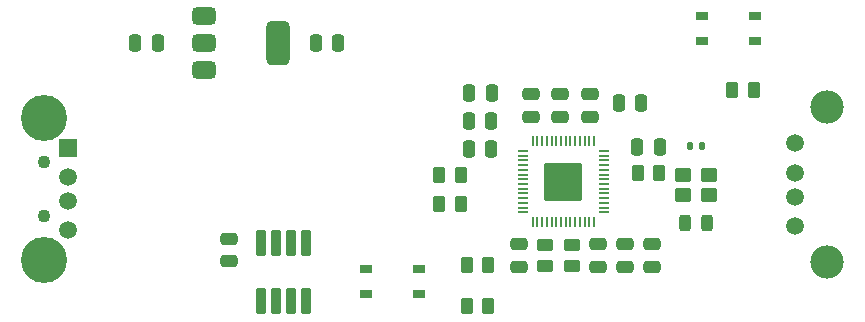
<source format=gbr>
%TF.GenerationSoftware,KiCad,Pcbnew,9.0.6*%
%TF.CreationDate,2026-01-01T04:38:27-06:00*%
%TF.ProjectId,2040Listener,32303430-4c69-4737-9465-6e65722e6b69,rev?*%
%TF.SameCoordinates,Original*%
%TF.FileFunction,Soldermask,Top*%
%TF.FilePolarity,Negative*%
%FSLAX46Y46*%
G04 Gerber Fmt 4.6, Leading zero omitted, Abs format (unit mm)*
G04 Created by KiCad (PCBNEW 9.0.6) date 2026-01-01 04:38:27*
%MOMM*%
%LPD*%
G01*
G04 APERTURE LIST*
G04 Aperture macros list*
%AMRoundRect*
0 Rectangle with rounded corners*
0 $1 Rounding radius*
0 $2 $3 $4 $5 $6 $7 $8 $9 X,Y pos of 4 corners*
0 Add a 4 corners polygon primitive as box body*
4,1,4,$2,$3,$4,$5,$6,$7,$8,$9,$2,$3,0*
0 Add four circle primitives for the rounded corners*
1,1,$1+$1,$2,$3*
1,1,$1+$1,$4,$5*
1,1,$1+$1,$6,$7*
1,1,$1+$1,$8,$9*
0 Add four rect primitives between the rounded corners*
20,1,$1+$1,$2,$3,$4,$5,0*
20,1,$1+$1,$4,$5,$6,$7,0*
20,1,$1+$1,$6,$7,$8,$9,0*
20,1,$1+$1,$8,$9,$2,$3,0*%
G04 Aperture macros list end*
%ADD10R,1.500000X1.500000*%
%ADD11C,1.500000*%
%ADD12C,3.900000*%
%ADD13C,1.100000*%
%ADD14RoundRect,0.140000X-0.140000X-0.170000X0.140000X-0.170000X0.140000X0.170000X-0.140000X0.170000X0*%
%ADD15RoundRect,0.144000X1.456000X-1.456000X1.456000X1.456000X-1.456000X1.456000X-1.456000X-1.456000X0*%
%ADD16RoundRect,0.050000X0.050000X-0.387500X0.050000X0.387500X-0.050000X0.387500X-0.050000X-0.387500X0*%
%ADD17RoundRect,0.050000X0.387500X-0.050000X0.387500X0.050000X-0.387500X0.050000X-0.387500X-0.050000X0*%
%ADD18RoundRect,0.250000X0.450000X-0.262500X0.450000X0.262500X-0.450000X0.262500X-0.450000X-0.262500X0*%
%ADD19R,0.990600X0.711200*%
%ADD20RoundRect,0.250000X-0.262500X-0.450000X0.262500X-0.450000X0.262500X0.450000X-0.262500X0.450000X0*%
%ADD21RoundRect,0.250000X0.475000X-0.250000X0.475000X0.250000X-0.475000X0.250000X-0.475000X-0.250000X0*%
%ADD22RoundRect,0.250000X0.250000X0.475000X-0.250000X0.475000X-0.250000X-0.475000X0.250000X-0.475000X0*%
%ADD23RoundRect,0.096750X0.290250X-0.990250X0.290250X0.990250X-0.290250X0.990250X-0.290250X-0.990250X0*%
%ADD24RoundRect,0.250000X-0.450000X-0.350000X0.450000X-0.350000X0.450000X0.350000X-0.450000X0.350000X0*%
%ADD25RoundRect,0.375000X-0.625000X-0.375000X0.625000X-0.375000X0.625000X0.375000X-0.625000X0.375000X0*%
%ADD26RoundRect,0.500000X-0.500000X-1.400000X0.500000X-1.400000X0.500000X1.400000X-0.500000X1.400000X0*%
%ADD27RoundRect,0.250000X0.262500X0.450000X-0.262500X0.450000X-0.262500X-0.450000X0.262500X-0.450000X0*%
%ADD28C,1.498600*%
%ADD29C,2.819400*%
%ADD30RoundRect,0.250000X-0.250000X-0.475000X0.250000X-0.475000X0.250000X0.475000X-0.250000X0.475000X0*%
%ADD31RoundRect,0.243750X-0.243750X-0.456250X0.243750X-0.456250X0.243750X0.456250X-0.243750X0.456250X0*%
%ADD32RoundRect,0.250000X-0.475000X0.250000X-0.475000X-0.250000X0.475000X-0.250000X0.475000X0.250000X0*%
G04 APERTURE END LIST*
D10*
%TO.C,J2*%
X104375000Y-63850000D03*
D11*
X104375000Y-66350000D03*
X104375000Y-68350000D03*
X104375000Y-70850000D03*
D12*
X102275000Y-61350000D03*
X102275000Y-73350000D03*
D13*
X102275000Y-65100000D03*
X102275000Y-69600000D03*
%TD*%
D14*
%TO.C,C14*%
X157020000Y-63750000D03*
X157980000Y-63750000D03*
%TD*%
D15*
%TO.C,U1*%
X146275000Y-66725000D03*
D16*
X143675000Y-70162500D03*
X144075000Y-70162500D03*
X144475000Y-70162500D03*
X144875000Y-70162500D03*
X145275000Y-70162500D03*
X145675000Y-70162500D03*
X146075000Y-70162500D03*
X146475000Y-70162500D03*
X146875000Y-70162500D03*
X147275000Y-70162500D03*
X147675000Y-70162500D03*
X148075000Y-70162500D03*
X148475000Y-70162500D03*
X148875000Y-70162500D03*
D17*
X149712500Y-69325000D03*
X149712500Y-68925000D03*
X149712500Y-68525000D03*
X149712500Y-68125000D03*
X149712500Y-67725000D03*
X149712500Y-67325000D03*
X149712500Y-66925000D03*
X149712500Y-66525000D03*
X149712500Y-66125000D03*
X149712500Y-65725000D03*
X149712500Y-65325000D03*
X149712500Y-64925000D03*
X149712500Y-64525000D03*
X149712500Y-64125000D03*
D16*
X148875000Y-63287500D03*
X148475000Y-63287500D03*
X148075000Y-63287500D03*
X147675000Y-63287500D03*
X147275000Y-63287500D03*
X146875000Y-63287500D03*
X146475000Y-63287500D03*
X146075000Y-63287500D03*
X145675000Y-63287500D03*
X145275000Y-63287500D03*
X144875000Y-63287500D03*
X144475000Y-63287500D03*
X144075000Y-63287500D03*
X143675000Y-63287500D03*
D17*
X142837500Y-64125000D03*
X142837500Y-64525000D03*
X142837500Y-64925000D03*
X142837500Y-65325000D03*
X142837500Y-65725000D03*
X142837500Y-66125000D03*
X142837500Y-66525000D03*
X142837500Y-66925000D03*
X142837500Y-67325000D03*
X142837500Y-67725000D03*
X142837500Y-68125000D03*
X142837500Y-68525000D03*
X142837500Y-68925000D03*
X142837500Y-69325000D03*
%TD*%
D18*
%TO.C,R8*%
X147000000Y-73912500D03*
X147000000Y-72087500D03*
%TD*%
%TO.C,R7*%
X144750000Y-73912500D03*
X144750000Y-72087500D03*
%TD*%
D19*
%TO.C,SW2*%
X162500001Y-54824999D03*
X157999999Y-54824999D03*
X162500001Y-52675001D03*
X157999999Y-52675001D03*
%TD*%
D20*
%TO.C,R6*%
X160587500Y-59000000D03*
X162412500Y-59000000D03*
%TD*%
D21*
%TO.C,C2*%
X143500000Y-59350000D03*
X143500000Y-61250000D03*
%TD*%
D22*
%TO.C,C5*%
X140150000Y-61600000D03*
X138250000Y-61600000D03*
%TD*%
D23*
%TO.C,U4*%
X120695000Y-76875000D03*
X121965000Y-76875000D03*
X123235000Y-76875000D03*
X124505000Y-76875000D03*
X124505000Y-71925000D03*
X123235000Y-71925000D03*
X121965000Y-71925000D03*
X120695000Y-71925000D03*
%TD*%
D19*
%TO.C,SW1*%
X134050001Y-76274999D03*
X129549999Y-76274999D03*
X134050001Y-74125001D03*
X129549999Y-74125001D03*
%TD*%
D24*
%TO.C,Y1*%
X156400000Y-67850000D03*
X158600000Y-67850000D03*
X158600000Y-66150000D03*
X156400000Y-66150000D03*
%TD*%
D25*
%TO.C,U2*%
X115850000Y-57300000D03*
D26*
X122150000Y-55000000D03*
D25*
X115850000Y-55000000D03*
X115850000Y-52700000D03*
%TD*%
D20*
%TO.C,R5*%
X152587500Y-66000000D03*
X154412500Y-66000000D03*
%TD*%
D27*
%TO.C,R4*%
X139912500Y-77250000D03*
X138087500Y-77250000D03*
%TD*%
%TO.C,R3*%
X139912500Y-73750000D03*
X138087500Y-73750000D03*
%TD*%
D20*
%TO.C,R2*%
X135787500Y-66200000D03*
X137612500Y-66200000D03*
%TD*%
%TO.C,R1*%
X135787500Y-68600000D03*
X137612500Y-68600000D03*
%TD*%
D28*
%TO.C,J1*%
X165929700Y-70492500D03*
X165929700Y-67992500D03*
X165929700Y-65992499D03*
X165929700Y-63492501D03*
D29*
X168639700Y-73562500D03*
X168639700Y-60422500D03*
%TD*%
D21*
%TO.C,C17*%
X118000000Y-73450000D03*
X118000000Y-71550000D03*
%TD*%
D30*
%TO.C,C16*%
X125300000Y-55000000D03*
X127200000Y-55000000D03*
%TD*%
D22*
%TO.C,C15*%
X111950000Y-55000000D03*
X110050000Y-55000000D03*
%TD*%
D31*
%TO.C,C13*%
X156562500Y-70250000D03*
X158437500Y-70250000D03*
%TD*%
D21*
%TO.C,C12*%
X148500000Y-61250000D03*
X148500000Y-59350000D03*
%TD*%
%TO.C,C11*%
X146000000Y-61250000D03*
X146000000Y-59350000D03*
%TD*%
D32*
%TO.C,C10*%
X153750000Y-72050000D03*
X153750000Y-73950000D03*
%TD*%
D30*
%TO.C,C9*%
X150950000Y-60100000D03*
X152850000Y-60100000D03*
%TD*%
D32*
%TO.C,C8*%
X151500000Y-72050000D03*
X151500000Y-73950000D03*
%TD*%
%TO.C,C7*%
X149250000Y-72050000D03*
X149250000Y-73950000D03*
%TD*%
%TO.C,C6*%
X142500000Y-72050000D03*
X142500000Y-73950000D03*
%TD*%
D30*
%TO.C,C4*%
X152550000Y-63800000D03*
X154450000Y-63800000D03*
%TD*%
D22*
%TO.C,C3*%
X140150000Y-64000000D03*
X138250000Y-64000000D03*
%TD*%
%TO.C,C1*%
X140200000Y-59250000D03*
X138300000Y-59250000D03*
%TD*%
M02*

</source>
